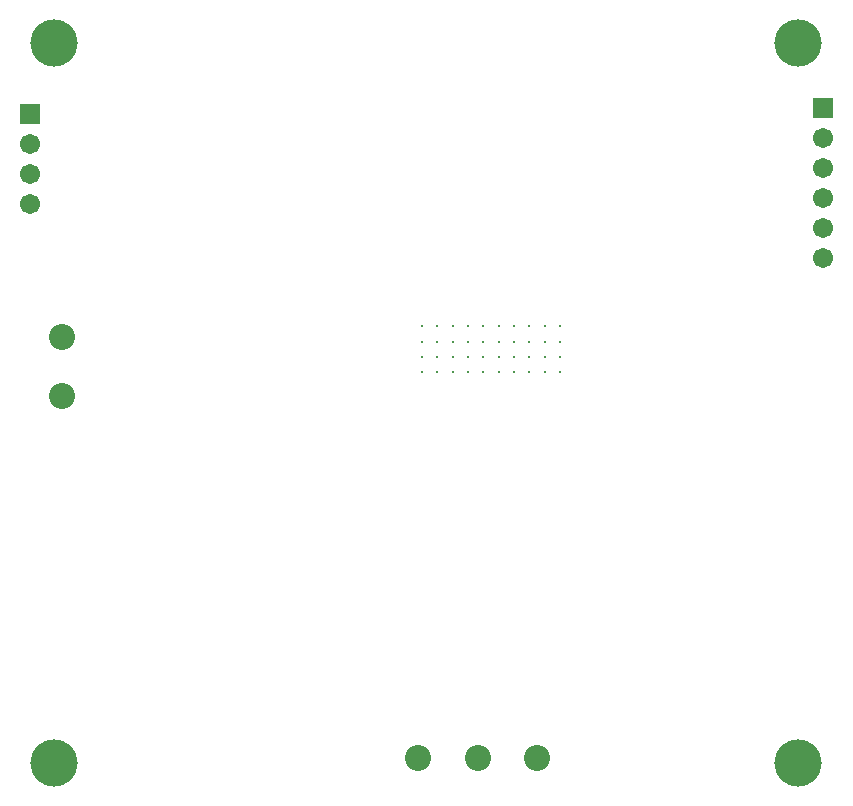
<source format=gbs>
G04*
G04 #@! TF.GenerationSoftware,Altium Limited,Altium Designer,18.1.9 (240)*
G04*
G04 Layer_Color=16711935*
%FSLAX25Y25*%
%MOIN*%
G70*
G01*
G75*
%ADD45C,0.15748*%
%ADD46C,0.08674*%
%ADD47R,0.06706X0.06706*%
%ADD48C,0.06706*%
%ADD49C,0.00787*%
D45*
X120079Y104331D02*
D03*
Y344488D02*
D03*
X368110D02*
D03*
Y104331D02*
D03*
D46*
X280935Y106000D02*
D03*
X261250D02*
D03*
X241565D02*
D03*
X122835Y246457D02*
D03*
Y226772D02*
D03*
D47*
X112205Y320866D02*
D03*
X376378Y322835D02*
D03*
D48*
X112205Y310866D02*
D03*
Y300866D02*
D03*
Y290866D02*
D03*
X376378Y272835D02*
D03*
Y282835D02*
D03*
Y292835D02*
D03*
Y302835D02*
D03*
Y312835D02*
D03*
D49*
X242719Y234573D02*
D03*
Y239691D02*
D03*
Y244809D02*
D03*
Y249927D02*
D03*
X247837Y234573D02*
D03*
Y239691D02*
D03*
Y244809D02*
D03*
Y249927D02*
D03*
X252955Y234573D02*
D03*
Y239691D02*
D03*
Y244809D02*
D03*
Y249927D02*
D03*
X258073Y234573D02*
D03*
Y239691D02*
D03*
Y244809D02*
D03*
Y249927D02*
D03*
X263191Y234573D02*
D03*
Y239691D02*
D03*
Y244809D02*
D03*
Y249927D02*
D03*
X268309Y234573D02*
D03*
Y239691D02*
D03*
Y244809D02*
D03*
Y249927D02*
D03*
X288781Y234573D02*
D03*
Y239691D02*
D03*
Y244809D02*
D03*
Y249927D02*
D03*
X283663Y234573D02*
D03*
Y239691D02*
D03*
Y244809D02*
D03*
Y249927D02*
D03*
X273427Y234573D02*
D03*
Y239691D02*
D03*
Y244809D02*
D03*
Y249927D02*
D03*
X278545D02*
D03*
Y244809D02*
D03*
Y239691D02*
D03*
Y234573D02*
D03*
M02*

</source>
